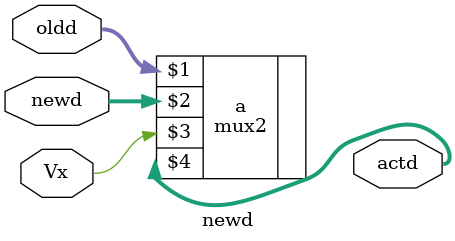
<source format=sv>
module newd(input logic [3:0] oldd, newd, input logic Vx, output logic [3:0]actd);
    mux2 #(4) a(oldd,newd,Vx,actd);
endmodule
</source>
